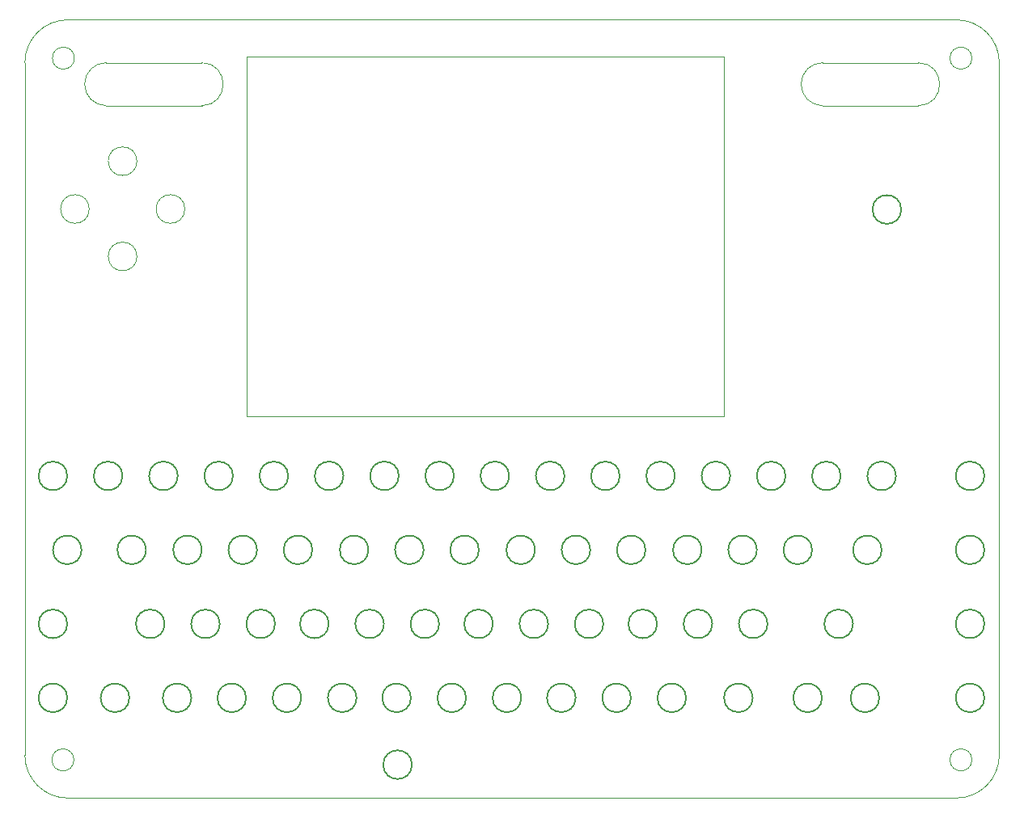
<source format=gbr>
%TF.GenerationSoftware,KiCad,Pcbnew,(6.0.0)*%
%TF.CreationDate,2022-05-08T19:52:26+10:00*%
%TF.ProjectId,cover,636f7665-722e-46b6-9963-61645f706362,rev?*%
%TF.SameCoordinates,Original*%
%TF.FileFunction,Profile,NP*%
%FSLAX46Y46*%
G04 Gerber Fmt 4.6, Leading zero omitted, Abs format (unit mm)*
G04 Created by KiCad (PCBNEW (6.0.0)) date 2022-05-08 19:52:26*
%MOMM*%
%LPD*%
G01*
G04 APERTURE LIST*
%TA.AperFunction,Profile*%
%ADD10C,0.150000*%
%TD*%
%TA.AperFunction,Profile*%
%ADD11C,0.100000*%
%TD*%
G04 APERTURE END LIST*
D10*
X188762212Y-122704899D02*
G75*
G03*
X188762212Y-122704899I-1500000J0D01*
G01*
X204732212Y-114954899D02*
G75*
G03*
X204732212Y-114954899I-1500000J0D01*
G01*
X149982212Y-107204899D02*
G75*
G03*
X149982212Y-107204899I-1500000J0D01*
G01*
X211722212Y-122704899D02*
G75*
G03*
X211722212Y-122704899I-1500000J0D01*
G01*
D11*
X223268907Y-68425003D02*
X233293905Y-68424863D01*
X144268872Y-140950001D02*
X237268872Y-140950002D01*
D10*
X183132212Y-122704899D02*
G75*
G03*
X183132212Y-122704899I-1500000J0D01*
G01*
X222172212Y-114954899D02*
G75*
G03*
X222172212Y-114954899I-1500000J0D01*
G01*
D11*
X241768873Y-63931977D02*
G75*
G03*
X237268872Y-59431974I-4500001J2D01*
G01*
D10*
X177352211Y-122704899D02*
G75*
G03*
X177352211Y-122704899I-1499999J0D01*
G01*
X155772212Y-107204898D02*
G75*
G03*
X155772212Y-107204898I-1500000J0D01*
G01*
X207812212Y-107204899D02*
G75*
G03*
X207812212Y-107204899I-1500000J0D01*
G01*
X230952212Y-107204899D02*
G75*
G03*
X230952212Y-107204899I-1500000J0D01*
G01*
X160172212Y-122704899D02*
G75*
G03*
X160172212Y-122704899I-1500000J0D01*
G01*
D11*
X139768872Y-136450000D02*
G75*
G03*
X144268872Y-140950001I4500000J-1D01*
G01*
D10*
X173112212Y-107204899D02*
G75*
G03*
X173112212Y-107204899I-1500000J0D01*
G01*
X178902212Y-107204899D02*
G75*
G03*
X178902212Y-107204899I-1500000J0D01*
G01*
D11*
X144950000Y-63450000D02*
G75*
G03*
X144950000Y-63450000I-1150000J0D01*
G01*
X148268840Y-68424869D02*
X158293838Y-68424729D01*
D10*
X215952212Y-130454899D02*
G75*
G03*
X215952212Y-130454899I-1500000J0D01*
G01*
X240202212Y-114954898D02*
G75*
G03*
X240202212Y-114954898I-1500000J0D01*
G01*
X158292212Y-114954899D02*
G75*
G03*
X158292212Y-114954899I-1500000J0D01*
G01*
X229452215Y-114954899D02*
G75*
G03*
X229452215Y-114954899I-1500002J0D01*
G01*
X144202212Y-107204899D02*
G75*
G03*
X144202212Y-107204899I-1500000J0D01*
G01*
D11*
X156506084Y-79250002D02*
G75*
G03*
X156506084Y-79250002I-1500000J0D01*
G01*
D10*
X196252212Y-107204899D02*
G75*
G03*
X196252212Y-107204899I-1500000J0D01*
G01*
X223202212Y-130454899D02*
G75*
G03*
X223202212Y-130454899I-1500000J0D01*
G01*
X203202215Y-130454899D02*
G75*
G03*
X203202215Y-130454899I-1500002J0D01*
G01*
X240202212Y-107204899D02*
G75*
G03*
X240202212Y-107204899I-1500000J0D01*
G01*
X193172215Y-114954899D02*
G75*
G03*
X193172215Y-114954899I-1500002J0D01*
G01*
X231500000Y-79300000D02*
G75*
G03*
X231500000Y-79300000I-1500000J0D01*
G01*
X213602214Y-107204899D02*
G75*
G03*
X213602214Y-107204899I-1500001J0D01*
G01*
X240202212Y-122704899D02*
G75*
G03*
X240202212Y-122704899I-1500000J0D01*
G01*
X152452210Y-114954899D02*
G75*
G03*
X152452210Y-114954899I-1499999J0D01*
G01*
X157202212Y-130454899D02*
G75*
G03*
X157202212Y-130454899I-1500000J0D01*
G01*
X164072212Y-114954899D02*
G75*
G03*
X164072212Y-114954899I-1500000J0D01*
G01*
X168702214Y-130454899D02*
G75*
G03*
X168702214Y-130454899I-1500001J0D01*
G01*
X191732211Y-130454899D02*
G75*
G03*
X191732211Y-130454899I-1499999J0D01*
G01*
X216392212Y-114954899D02*
G75*
G03*
X216392212Y-114954899I-1500000J0D01*
G01*
X161552212Y-107204899D02*
G75*
G03*
X161552212Y-107204899I-1500000J0D01*
G01*
D11*
X158268840Y-63924868D02*
X148293295Y-63925002D01*
D10*
X181512212Y-114954898D02*
G75*
G03*
X181512212Y-114954898I-1500000J0D01*
G01*
X144202212Y-122704899D02*
G75*
G03*
X144202212Y-122704899I-1500000J0D01*
G01*
X154392212Y-122704899D02*
G75*
G03*
X154392212Y-122704899I-1500000J0D01*
G01*
D11*
X238900000Y-63450000D02*
G75*
G03*
X238900000Y-63450000I-1150000J0D01*
G01*
D10*
X205942213Y-122704899D02*
G75*
G03*
X205942213Y-122704899I-1500001J0D01*
G01*
D11*
X151496152Y-74241067D02*
G75*
G03*
X151496152Y-74241067I-1500000J0D01*
G01*
D10*
X165952210Y-122704899D02*
G75*
G03*
X165952210Y-122704899I-1499999J0D01*
G01*
X197422210Y-130454899D02*
G75*
G03*
X197422210Y-130454899I-1499999J0D01*
G01*
X171572215Y-122704899D02*
G75*
G03*
X171572215Y-122704899I-1500002J0D01*
G01*
X175732212Y-114954899D02*
G75*
G03*
X175732212Y-114954899I-1500000J0D01*
G01*
X145702212Y-114954899D02*
G75*
G03*
X145702212Y-114954899I-1500000J0D01*
G01*
X208982211Y-130454899D02*
G75*
G03*
X208982211Y-130454899I-1499999J0D01*
G01*
X225162212Y-107204899D02*
G75*
G03*
X225162212Y-107204899I-1500000J0D01*
G01*
D11*
X146508214Y-79250002D02*
G75*
G03*
X146508214Y-79250002I-1500000J0D01*
G01*
D10*
X169852210Y-114954899D02*
G75*
G03*
X169852210Y-114954899I-1499999J0D01*
G01*
X174482212Y-130454899D02*
G75*
G03*
X174482212Y-130454899I-1500000J0D01*
G01*
X217502212Y-122704899D02*
G75*
G03*
X217502212Y-122704899I-1500000J0D01*
G01*
X144202212Y-130454900D02*
G75*
G03*
X144202212Y-130454900I-1500000J0D01*
G01*
X162922210Y-130454899D02*
G75*
G03*
X162922210Y-130454899I-1499999J0D01*
G01*
D11*
X148293295Y-63925002D02*
G75*
G03*
X148268840Y-68424869I-24456J-2249867D01*
G01*
X139768872Y-63931978D02*
X139768872Y-136450000D01*
D10*
X194542210Y-122704899D02*
G75*
G03*
X194542210Y-122704899I-1499999J0D01*
G01*
X210612212Y-114954899D02*
G75*
G03*
X210612212Y-114954899I-1500000J0D01*
G01*
X184682212Y-107204898D02*
G75*
G03*
X184682212Y-107204898I-1500000J0D01*
G01*
X187292212Y-114954899D02*
G75*
G03*
X187292212Y-114954899I-1500000J0D01*
G01*
X198952211Y-114954899D02*
G75*
G03*
X198952211Y-114954899I-1499999J0D01*
G01*
D11*
X144900000Y-136950000D02*
G75*
G03*
X144900000Y-136950000I-1150000J0D01*
G01*
X237268872Y-140950002D02*
G75*
G03*
X241768872Y-136450002I-10J4500010D01*
G01*
D10*
X180172210Y-130454899D02*
G75*
G03*
X180172210Y-130454899I-1499999J0D01*
G01*
X229202212Y-130454899D02*
G75*
G03*
X229202212Y-130454899I-1500000J0D01*
G01*
X167332212Y-107204899D02*
G75*
G03*
X167332212Y-107204899I-1500000J0D01*
G01*
X200322215Y-122704899D02*
G75*
G03*
X200322215Y-122704899I-1500002J0D01*
G01*
D11*
X233268907Y-63925002D02*
X223293362Y-63925136D01*
X212918872Y-100950002D02*
X163018872Y-100950002D01*
X163018872Y-100950002D02*
X163018872Y-63250002D01*
X163018872Y-63250002D02*
X212918872Y-63250002D01*
X212918872Y-63250002D02*
X212918872Y-100950002D01*
X237268872Y-59431974D02*
X144268872Y-59431977D01*
D10*
X180282212Y-137454899D02*
G75*
G03*
X180282212Y-137454899I-1500000J0D01*
G01*
D11*
X158293838Y-68424729D02*
G75*
G03*
X158268840Y-63924868I-24998J2249861D01*
G01*
D10*
X240202212Y-130454900D02*
G75*
G03*
X240202212Y-130454900I-1500000J0D01*
G01*
X185952215Y-130454899D02*
G75*
G03*
X185952215Y-130454899I-1500002J0D01*
G01*
D11*
X144268872Y-59431977D02*
G75*
G03*
X139768872Y-63931978I0J-4500000D01*
G01*
X241768872Y-136450002D02*
X241768873Y-63931977D01*
D10*
X202032212Y-107204899D02*
G75*
G03*
X202032212Y-107204899I-1500000J0D01*
G01*
X150702215Y-130454899D02*
G75*
G03*
X150702215Y-130454899I-1500002J0D01*
G01*
D11*
X238900000Y-136950000D02*
G75*
G03*
X238900000Y-136950000I-1150000J0D01*
G01*
D10*
X219382211Y-107204899D02*
G75*
G03*
X219382211Y-107204899I-1499999J0D01*
G01*
D11*
X233293905Y-68424863D02*
G75*
G03*
X233268907Y-63925002I-24998J2249861D01*
G01*
X223293362Y-63925136D02*
G75*
G03*
X223268907Y-68425003I-24456J-2249867D01*
G01*
D10*
X226452211Y-122704899D02*
G75*
G03*
X226452211Y-122704899I-1499999J0D01*
G01*
D11*
X151496152Y-84217118D02*
G75*
G03*
X151496152Y-84217118I-1500000J0D01*
G01*
D10*
X190462212Y-107204899D02*
G75*
G03*
X190462212Y-107204899I-1500000J0D01*
G01*
M02*

</source>
